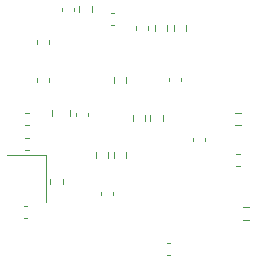
<source format=gbr>
%TF.GenerationSoftware,KiCad,Pcbnew,(6.0.0)*%
%TF.CreationDate,2022-05-23T22:47:49+07:00*%
%TF.ProjectId,MINI-FC,4d494e49-2d46-4432-9e6b-696361645f70,rev?*%
%TF.SameCoordinates,Original*%
%TF.FileFunction,Legend,Bot*%
%TF.FilePolarity,Positive*%
%FSLAX46Y46*%
G04 Gerber Fmt 4.6, Leading zero omitted, Abs format (unit mm)*
G04 Created by KiCad (PCBNEW (6.0.0)) date 2022-05-23 22:47:49*
%MOMM*%
%LPD*%
G01*
G04 APERTURE LIST*
%ADD10C,0.120000*%
G04 APERTURE END LIST*
D10*
%TO.C,C13*%
X107490000Y-72559420D02*
X107490000Y-72840580D01*
X108510000Y-72559420D02*
X108510000Y-72840580D01*
%TO.C,R3*%
X108602500Y-81537258D02*
X108602500Y-81062742D01*
X109647500Y-81537258D02*
X109647500Y-81062742D01*
%TO.C,R7*%
X124237742Y-76522500D02*
X124712258Y-76522500D01*
X124237742Y-75477500D02*
X124712258Y-75477500D01*
%TO.C,R9*%
X112477500Y-79262258D02*
X112477500Y-78787742D01*
X113522500Y-79262258D02*
X113522500Y-78787742D01*
%TO.C,C1*%
X110235000Y-75761252D02*
X110235000Y-75238748D01*
X108765000Y-75761252D02*
X108765000Y-75238748D01*
%TO.C,R12*%
X117477500Y-68037742D02*
X117477500Y-68512258D01*
X118522500Y-68037742D02*
X118522500Y-68512258D01*
%TO.C,R10*%
X115022500Y-79262258D02*
X115022500Y-78787742D01*
X113977500Y-79262258D02*
X113977500Y-78787742D01*
%TO.C,Y1*%
X108225000Y-79000000D02*
X108225000Y-83000000D01*
X104925000Y-79000000D02*
X108225000Y-79000000D01*
%TO.C,R14*%
X116622500Y-75687742D02*
X116622500Y-76162258D01*
X115577500Y-75687742D02*
X115577500Y-76162258D01*
%TO.C,C7*%
X106765580Y-77590000D02*
X106484420Y-77590000D01*
X106765580Y-78610000D02*
X106484420Y-78610000D01*
%TO.C,R11*%
X112122500Y-66937258D02*
X112122500Y-66462742D01*
X111077500Y-66937258D02*
X111077500Y-66462742D01*
%TO.C,C4*%
X120690000Y-77559420D02*
X120690000Y-77840580D01*
X121710000Y-77559420D02*
X121710000Y-77840580D01*
%TO.C,C2*%
X111810000Y-75765580D02*
X111810000Y-75484420D01*
X110790000Y-75765580D02*
X110790000Y-75484420D01*
%TO.C,R2*%
X115022500Y-72437742D02*
X115022500Y-72912258D01*
X113977500Y-72437742D02*
X113977500Y-72912258D01*
%TO.C,C3*%
X106765580Y-76510000D02*
X106484420Y-76510000D01*
X106765580Y-75490000D02*
X106484420Y-75490000D01*
%TO.C,C12*%
X124359420Y-78990000D02*
X124640580Y-78990000D01*
X124359420Y-80010000D02*
X124640580Y-80010000D01*
%TO.C,R8*%
X124962742Y-83477500D02*
X125437258Y-83477500D01*
X124962742Y-84522500D02*
X125437258Y-84522500D01*
%TO.C,C11*%
X110610000Y-66559420D02*
X110610000Y-66840580D01*
X109590000Y-66559420D02*
X109590000Y-66840580D01*
%TO.C,C5*%
X118740580Y-86490000D02*
X118459420Y-86490000D01*
X118740580Y-87510000D02*
X118459420Y-87510000D01*
%TO.C,C15*%
X119710000Y-72484420D02*
X119710000Y-72765580D01*
X118690000Y-72484420D02*
X118690000Y-72765580D01*
%TO.C,C14*%
X116910000Y-68134420D02*
X116910000Y-68415580D01*
X115890000Y-68134420D02*
X115890000Y-68415580D01*
%TO.C,R13*%
X120122500Y-68512258D02*
X120122500Y-68037742D01*
X119077500Y-68512258D02*
X119077500Y-68037742D01*
%TO.C,R15*%
X118122500Y-76162258D02*
X118122500Y-75687742D01*
X117077500Y-76162258D02*
X117077500Y-75687742D01*
%TO.C,C8*%
X106384420Y-84410000D02*
X106665580Y-84410000D01*
X106384420Y-83390000D02*
X106665580Y-83390000D01*
%TO.C,C6*%
X112890000Y-82465580D02*
X112890000Y-82184420D01*
X113910000Y-82465580D02*
X113910000Y-82184420D01*
%TO.C,C10*%
X108510000Y-69615580D02*
X108510000Y-69334420D01*
X107490000Y-69615580D02*
X107490000Y-69334420D01*
%TO.C,C9*%
X114015580Y-68010000D02*
X113734420Y-68010000D01*
X114015580Y-66990000D02*
X113734420Y-66990000D01*
%TD*%
M02*

</source>
